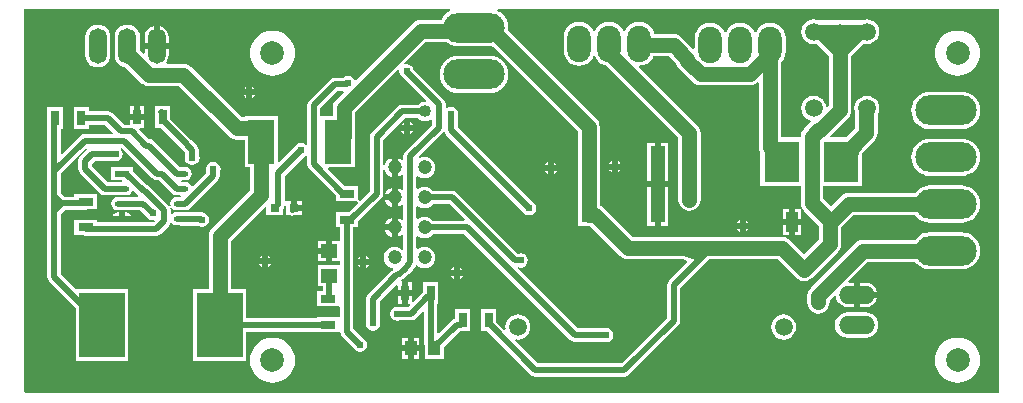
<source format=gtl>
G04*
G04 #@! TF.GenerationSoftware,Altium Limited,Altium Designer,21.6.1 (37)*
G04*
G04 Layer_Physical_Order=1*
G04 Layer_Color=255*
%FSLAX23Y23*%
%MOIN*%
G70*
G04*
G04 #@! TF.SameCoordinates,C1C5D9C5-2355-4A3C-9FD6-11C0A888820F*
G04*
G04*
G04 #@! TF.FilePolarity,Positive*
G04*
G01*
G75*
%ADD10C,0.015*%
%ADD16C,0.010*%
%ADD18R,0.051X0.028*%
%ADD19R,0.152X0.217*%
%ADD20R,0.089X0.149*%
%ADD21R,0.050X0.256*%
%ADD22R,0.047X0.020*%
%ADD23O,0.047X0.020*%
%ADD24R,0.028X0.051*%
%ADD25R,0.039X0.067*%
%ADD26R,0.031X0.028*%
%ADD27R,0.053X0.047*%
%ADD28R,0.039X0.047*%
%ADD29R,0.118X0.138*%
%ADD50C,0.010*%
%ADD51C,0.020*%
%ADD52C,0.050*%
%ADD53C,0.047*%
%ADD54C,0.079*%
%ADD55C,0.059*%
%ADD56O,0.205X0.100*%
%ADD57O,0.060X0.118*%
%ADD58O,0.120X0.060*%
%ADD59O,0.079X0.122*%
%ADD60C,0.050*%
%ADD61C,0.024*%
%ADD62C,0.040*%
G36*
X2834Y1220D02*
X2784Y1170D01*
X2734D01*
X2684Y1220D01*
X2759Y1270D01*
X2834Y1220D01*
D02*
G37*
G36*
X3287Y39D02*
X44Y39D01*
X39Y44D01*
Y1319D01*
X1457D01*
X1459Y1314D01*
X1450Y1309D01*
X1441Y1302D01*
X1433Y1292D01*
X1430Y1285D01*
X1361D01*
X1352Y1284D01*
X1343Y1280D01*
X1335Y1275D01*
X1145Y1084D01*
X1139Y1085D01*
X1135Y1091D01*
X1127Y1096D01*
X1118Y1098D01*
X1109Y1096D01*
X1102Y1091D01*
X1074D01*
X1066Y1089D01*
X1058Y1085D01*
X1058Y1085D01*
X988Y1014D01*
X983Y1007D01*
X982Y999D01*
X982Y999D01*
Y870D01*
X977Y868D01*
X970Y873D01*
X961Y874D01*
X951Y873D01*
X944Y867D01*
X938Y860D01*
X938Y860D01*
X889Y811D01*
X885Y813D01*
Y964D01*
X773D01*
Y959D01*
X763D01*
X596Y1127D01*
X588Y1133D01*
X579Y1137D01*
X569Y1138D01*
X514D01*
X512Y1143D01*
X515Y1148D01*
X519Y1157D01*
X521Y1168D01*
Y1187D01*
X440D01*
Y1173D01*
X435Y1171D01*
X424Y1182D01*
Y1226D01*
X423Y1237D01*
X418Y1247D01*
X412Y1256D01*
X403Y1262D01*
X393Y1267D01*
X382Y1268D01*
X371Y1267D01*
X361Y1262D01*
X352Y1256D01*
X345Y1247D01*
X341Y1237D01*
X340Y1226D01*
Y1168D01*
X341Y1157D01*
X345Y1147D01*
X352Y1138D01*
X361Y1131D01*
X371Y1127D01*
X375Y1127D01*
X426Y1075D01*
X434Y1069D01*
X443Y1065D01*
X453Y1064D01*
X453Y1064D01*
X554D01*
X722Y896D01*
X729Y890D01*
X738Y886D01*
X748Y885D01*
X773D01*
Y792D01*
X792D01*
Y716D01*
X665Y589D01*
X659Y581D01*
X655Y572D01*
X654Y562D01*
Y387D01*
X602D01*
Y147D01*
X778D01*
Y245D01*
X1014D01*
Y242D01*
X1087D01*
X1089Y242D01*
X1093Y240D01*
X1094Y236D01*
X1098Y228D01*
X1135Y192D01*
X1135Y192D01*
X1140Y184D01*
X1148Y179D01*
X1157Y177D01*
X1167Y179D01*
X1175Y184D01*
X1180Y192D01*
X1182Y201D01*
X1180Y210D01*
X1175Y218D01*
X1167Y223D01*
X1167Y223D01*
X1136Y253D01*
Y593D01*
X1152D01*
Y612D01*
X1228Y689D01*
X1228Y689D01*
X1233Y696D01*
X1235Y705D01*
X1235Y705D01*
Y784D01*
X1240Y785D01*
X1240Y783D01*
X1243Y775D01*
X1249Y768D01*
X1256Y762D01*
X1263Y759D01*
Y792D01*
Y824D01*
X1256Y821D01*
X1249Y816D01*
X1243Y809D01*
X1240Y801D01*
X1240Y799D01*
X1235Y799D01*
Y884D01*
X1307Y956D01*
X1351D01*
X1352Y956D01*
X1358Y951D01*
X1366Y948D01*
X1374Y947D01*
X1383Y948D01*
X1390Y951D01*
X1393Y953D01*
X1398Y950D01*
Y934D01*
X1308Y844D01*
X1303Y837D01*
X1302Y829D01*
X1302Y829D01*
Y817D01*
X1298Y816D01*
X1297Y816D01*
X1290Y821D01*
X1283Y824D01*
Y792D01*
Y759D01*
X1290Y762D01*
X1297Y768D01*
X1298Y767D01*
X1302Y766D01*
Y717D01*
X1298Y716D01*
X1297Y716D01*
X1290Y721D01*
X1283Y724D01*
Y692D01*
Y659D01*
X1290Y662D01*
X1297Y668D01*
X1298Y667D01*
X1302Y666D01*
Y617D01*
X1298Y616D01*
X1297Y616D01*
X1290Y621D01*
X1283Y624D01*
Y592D01*
Y559D01*
X1290Y562D01*
X1297Y568D01*
X1298Y567D01*
X1302Y566D01*
Y520D01*
X1297Y518D01*
X1291Y523D01*
X1282Y526D01*
X1273Y527D01*
X1264Y526D01*
X1255Y523D01*
X1248Y517D01*
X1242Y510D01*
X1238Y501D01*
X1237Y492D01*
X1238Y482D01*
X1242Y474D01*
X1248Y466D01*
X1255Y461D01*
X1264Y457D01*
X1268Y457D01*
X1269Y451D01*
X1264Y448D01*
X1185Y369D01*
X1185Y369D01*
X1180Y362D01*
X1179Y353D01*
X1179Y353D01*
Y281D01*
X1179Y281D01*
X1177Y272D01*
X1179Y262D01*
X1184Y255D01*
X1192Y249D01*
X1201Y248D01*
X1210Y249D01*
X1218Y255D01*
X1223Y262D01*
X1225Y272D01*
X1223Y281D01*
X1223Y281D01*
Y344D01*
X1279Y400D01*
X1283Y398D01*
Y384D01*
X1297D01*
Y412D01*
X1295Y415D01*
X1296Y417D01*
X1299Y419D01*
X1303Y421D01*
X1306Y423D01*
X1321Y436D01*
X1334Y450D01*
X1343Y465D01*
X1345Y466D01*
X1347Y466D01*
X1349Y466D01*
X1355Y461D01*
X1364Y457D01*
X1373Y456D01*
X1382Y457D01*
X1391Y461D01*
X1398Y466D01*
X1404Y474D01*
X1407Y482D01*
X1409Y492D01*
X1407Y501D01*
X1404Y510D01*
X1398Y517D01*
X1391Y523D01*
X1382Y526D01*
X1373Y527D01*
X1364Y526D01*
X1355Y523D01*
X1351Y520D01*
X1346Y522D01*
Y561D01*
X1351Y564D01*
X1355Y561D01*
X1364Y557D01*
X1373Y556D01*
X1382Y557D01*
X1391Y561D01*
X1398Y566D01*
X1400Y569D01*
X1506D01*
X1858Y218D01*
X1866Y213D01*
X1874Y211D01*
X1874Y211D01*
X1968D01*
X1968Y211D01*
X1977Y209D01*
X1987Y211D01*
X1994Y216D01*
X2000Y224D01*
X2001Y233D01*
X2000Y242D01*
X1994Y250D01*
X1987Y256D01*
X1977Y257D01*
X1968Y256D01*
X1968Y256D01*
X1883D01*
X1683Y455D01*
X1686Y460D01*
X1694Y458D01*
X1703Y460D01*
X1711Y465D01*
X1716Y473D01*
X1718Y482D01*
X1716Y491D01*
X1711Y499D01*
X1703Y505D01*
X1694Y506D01*
X1685Y505D01*
X1685Y505D01*
X1684D01*
X1481Y707D01*
X1474Y712D01*
X1466Y714D01*
X1466Y714D01*
X1400D01*
X1398Y717D01*
X1391Y723D01*
X1382Y726D01*
X1373Y727D01*
X1364Y726D01*
X1355Y723D01*
X1351Y720D01*
X1346Y722D01*
Y761D01*
X1351Y764D01*
X1355Y761D01*
X1364Y757D01*
X1373Y756D01*
X1382Y757D01*
X1391Y761D01*
X1398Y766D01*
X1404Y774D01*
X1407Y782D01*
X1409Y792D01*
X1407Y801D01*
X1404Y810D01*
X1398Y817D01*
X1391Y823D01*
X1382Y826D01*
X1373Y827D01*
X1364Y826D01*
X1357Y824D01*
X1354Y828D01*
X1436Y909D01*
X1438Y909D01*
X1441Y909D01*
X1441Y908D01*
X1446Y901D01*
X1698Y648D01*
X1698Y648D01*
X1703Y640D01*
X1711Y635D01*
X1720Y633D01*
X1730Y635D01*
X1738Y640D01*
X1743Y648D01*
X1745Y657D01*
X1743Y667D01*
X1738Y675D01*
X1730Y680D01*
X1730Y680D01*
X1484Y926D01*
Y961D01*
X1484Y961D01*
X1486Y970D01*
X1484Y980D01*
X1479Y988D01*
X1471Y993D01*
X1462Y995D01*
X1452Y993D01*
X1448Y989D01*
X1443Y992D01*
Y1004D01*
X1443Y1004D01*
X1441Y1012D01*
X1436Y1019D01*
X1436Y1019D01*
X1335Y1120D01*
X1335Y1122D01*
X1330Y1130D01*
X1322Y1135D01*
X1313Y1137D01*
X1309Y1136D01*
X1306Y1140D01*
X1377Y1211D01*
X1444D01*
X1450Y1206D01*
X1461Y1200D01*
X1473Y1197D01*
X1485Y1196D01*
X1590D01*
X1598Y1197D01*
X1883Y912D01*
Y736D01*
Y633D01*
X1884Y631D01*
Y596D01*
X1918D01*
X1920Y596D01*
X1926D01*
X2026Y496D01*
X2034Y490D01*
X2043Y487D01*
X2052Y486D01*
X2236D01*
X2248Y481D01*
X2249Y476D01*
X2188Y415D01*
X2183Y408D01*
X2182Y400D01*
X2182Y400D01*
Y291D01*
X2030Y139D01*
X1750D01*
X1675Y214D01*
X1678Y219D01*
X1684Y218D01*
X1695Y220D01*
X1705Y224D01*
X1714Y230D01*
X1720Y239D01*
X1724Y249D01*
X1726Y260D01*
X1724Y271D01*
X1720Y281D01*
X1714Y289D01*
X1705Y296D01*
X1695Y300D01*
X1684Y302D01*
X1673Y300D01*
X1663Y296D01*
X1655Y289D01*
X1648Y281D01*
X1644Y271D01*
X1642Y260D01*
X1643Y254D01*
X1638Y251D01*
X1612Y278D01*
Y321D01*
X1561D01*
Y246D01*
X1581D01*
X1725Y101D01*
X1725Y101D01*
X1733Y97D01*
X1741Y95D01*
X2039D01*
X2039Y95D01*
X2048Y97D01*
X2055Y101D01*
X2219Y266D01*
X2219Y266D01*
X2224Y273D01*
X2226Y281D01*
Y390D01*
X2321Y486D01*
X2551D01*
X2612Y425D01*
X2619Y419D01*
X2628Y415D01*
X2638Y414D01*
X2647Y415D01*
X2656Y419D01*
X2664Y425D01*
X2751Y511D01*
X2757Y519D01*
X2760Y528D01*
X2762Y537D01*
Y592D01*
X2803Y633D01*
X3008D01*
X3014Y626D01*
X3023Y618D01*
X3034Y613D01*
X3046Y609D01*
X3058Y608D01*
X3163D01*
X3175Y609D01*
X3186Y613D01*
X3197Y618D01*
X3207Y626D01*
X3214Y636D01*
X3220Y646D01*
X3224Y658D01*
X3225Y670D01*
X3224Y682D01*
X3220Y694D01*
X3214Y705D01*
X3207Y714D01*
X3197Y722D01*
X3186Y727D01*
X3175Y731D01*
X3163Y732D01*
X3058D01*
X3046Y731D01*
X3034Y727D01*
X3023Y722D01*
X3014Y714D01*
X3008Y707D01*
X2787D01*
X2778Y706D01*
X2769Y702D01*
X2761Y696D01*
X2728Y663D01*
X2701Y689D01*
Y730D01*
X2831D01*
Y839D01*
X2873Y881D01*
X2879Y889D01*
X2882Y898D01*
X2884Y907D01*
Y968D01*
X2888Y978D01*
X2889Y989D01*
X2888Y1000D01*
X2884Y1010D01*
X2877Y1019D01*
X2868Y1025D01*
X2858Y1029D01*
X2847Y1031D01*
X2837Y1029D01*
X2827Y1025D01*
X2818Y1019D01*
X2811Y1010D01*
X2807Y1000D01*
X2806Y989D01*
X2807Y978D01*
X2809Y973D01*
Y923D01*
X2778Y892D01*
X2726D01*
X2724Y896D01*
X2785Y958D01*
X2791Y965D01*
X2795Y974D01*
X2796Y984D01*
Y1165D01*
X2836Y1205D01*
X2837Y1205D01*
X2847Y1203D01*
X2858Y1205D01*
X2868Y1209D01*
X2877Y1216D01*
X2884Y1224D01*
X2888Y1234D01*
X2889Y1245D01*
X2888Y1256D01*
X2884Y1266D01*
X2877Y1275D01*
X2868Y1281D01*
X2858Y1285D01*
X2847Y1287D01*
X2837Y1285D01*
X2829Y1282D01*
X2689D01*
X2681Y1285D01*
X2670Y1287D01*
X2659Y1285D01*
X2649Y1281D01*
X2641Y1275D01*
X2634Y1266D01*
X2630Y1256D01*
X2629Y1245D01*
X2630Y1234D01*
X2634Y1224D01*
X2641Y1216D01*
X2649Y1209D01*
X2659Y1205D01*
X2670Y1203D01*
X2681Y1205D01*
X2682Y1205D01*
X2722Y1165D01*
Y999D01*
X2716Y994D01*
X2711Y995D01*
X2711Y1000D01*
X2706Y1010D01*
X2700Y1019D01*
X2691Y1025D01*
X2681Y1029D01*
X2670Y1031D01*
X2659Y1029D01*
X2649Y1025D01*
X2641Y1019D01*
X2634Y1010D01*
X2630Y1000D01*
X2629Y989D01*
X2630Y978D01*
X2634Y968D01*
X2641Y960D01*
X2649Y953D01*
X2659Y949D01*
X2660Y946D01*
X2661Y944D01*
X2659Y943D01*
X2638Y921D01*
X2632Y914D01*
X2628Y905D01*
X2627Y895D01*
Y892D01*
X2562D01*
Y1143D01*
X2570Y1153D01*
X2575Y1166D01*
X2577Y1179D01*
Y1222D01*
X2575Y1236D01*
X2570Y1248D01*
X2562Y1259D01*
X2551Y1267D01*
X2539Y1272D01*
X2525Y1274D01*
X2512Y1272D01*
X2499Y1267D01*
X2489Y1259D01*
X2480Y1248D01*
X2478Y1242D01*
X2472D01*
X2470Y1248D01*
X2462Y1259D01*
X2451Y1267D01*
X2439Y1272D01*
X2425Y1274D01*
X2412Y1272D01*
X2399Y1267D01*
X2389Y1259D01*
X2380Y1248D01*
X2378Y1242D01*
X2372D01*
X2370Y1248D01*
X2362Y1259D01*
X2351Y1267D01*
X2339Y1272D01*
X2325Y1274D01*
X2312Y1272D01*
X2299Y1267D01*
X2289Y1259D01*
X2280Y1248D01*
X2275Y1236D01*
X2274Y1222D01*
Y1189D01*
X2269Y1187D01*
X2229Y1227D01*
X2221Y1233D01*
X2212Y1237D01*
X2203Y1238D01*
X2138D01*
X2138Y1240D01*
X2133Y1252D01*
X2125Y1263D01*
X2114Y1271D01*
X2102Y1276D01*
X2088Y1278D01*
X2075Y1276D01*
X2062Y1271D01*
X2052Y1263D01*
X2043Y1252D01*
X2041Y1246D01*
X2035D01*
X2033Y1252D01*
X2025Y1263D01*
X2014Y1271D01*
X2002Y1276D01*
X1988Y1278D01*
X1975Y1276D01*
X1962Y1271D01*
X1952Y1263D01*
X1943Y1252D01*
X1941Y1246D01*
X1935D01*
X1933Y1252D01*
X1925Y1263D01*
X1914Y1271D01*
X1902Y1276D01*
X1888Y1278D01*
X1875Y1276D01*
X1862Y1271D01*
X1852Y1263D01*
X1843Y1252D01*
X1838Y1240D01*
X1837Y1226D01*
Y1183D01*
X1838Y1170D01*
X1843Y1157D01*
X1852Y1147D01*
X1862Y1138D01*
X1875Y1133D01*
X1888Y1131D01*
X1902Y1133D01*
X1914Y1138D01*
X1925Y1147D01*
X1933Y1157D01*
X1935Y1164D01*
X1941D01*
X1943Y1157D01*
X1952Y1147D01*
X1962Y1138D01*
X1975Y1133D01*
X1978Y1133D01*
X2219Y892D01*
Y685D01*
X2220Y675D01*
X2224Y666D01*
X2230Y659D01*
X2237Y653D01*
X2246Y649D01*
X2256Y648D01*
X2266Y649D01*
X2274Y653D01*
X2282Y659D01*
X2288Y666D01*
X2292Y675D01*
X2293Y685D01*
Y908D01*
X2292Y917D01*
X2288Y926D01*
X2282Y934D01*
X2089Y1127D01*
X2091Y1132D01*
X2102Y1133D01*
X2114Y1138D01*
X2125Y1147D01*
X2133Y1157D01*
X2136Y1164D01*
X2187D01*
X2212Y1138D01*
X2216Y1130D01*
X2222Y1122D01*
X2267Y1077D01*
X2275Y1071D01*
X2284Y1067D01*
X2294Y1066D01*
X2457D01*
X2466Y1067D01*
X2475Y1071D01*
X2483Y1077D01*
X2483Y1077D01*
X2488Y1075D01*
Y859D01*
X2489Y849D01*
X2492Y842D01*
Y730D01*
X2627D01*
Y674D01*
X2628Y664D01*
X2631Y658D01*
X2627Y654D01*
X2624Y654D01*
X2608D01*
Y620D01*
X2628D01*
Y649D01*
X2628Y652D01*
X2633Y654D01*
X2638Y648D01*
X2687Y598D01*
Y553D01*
X2638Y503D01*
X2592Y549D01*
X2585Y555D01*
X2576Y559D01*
X2566Y560D01*
X2068D01*
X1968Y660D01*
X1960Y665D01*
X1958Y666D01*
Y736D01*
Y927D01*
X1956Y937D01*
X1953Y946D01*
X1947Y953D01*
X1651Y1249D01*
X1652Y1258D01*
X1651Y1270D01*
X1647Y1282D01*
X1641Y1292D01*
X1634Y1302D01*
X1624Y1309D01*
X1616Y1314D01*
X1617Y1319D01*
X3287D01*
Y39D01*
D02*
G37*
G36*
X1289Y1117D02*
X1289Y1113D01*
X1290Y1103D01*
X1296Y1096D01*
X1300Y1093D01*
X1377Y1015D01*
X1375Y1011D01*
X1374Y1011D01*
X1366Y1010D01*
X1358Y1006D01*
X1352Y1001D01*
X1351Y1001D01*
X1298D01*
X1298Y1001D01*
X1289Y999D01*
X1282Y994D01*
X1282Y994D01*
X1197Y909D01*
X1192Y902D01*
X1190Y893D01*
X1190Y893D01*
Y714D01*
X1157Y680D01*
X1152Y682D01*
Y730D01*
X1108D01*
X1052Y787D01*
X1054Y792D01*
X1141D01*
Y895D01*
X1141Y897D01*
X1141Y897D01*
Y976D01*
X1285Y1119D01*
X1289Y1117D01*
D02*
G37*
G36*
X1103Y1042D02*
X1078Y1017D01*
X1072Y1009D01*
X1068Y1000D01*
X1067Y991D01*
Y964D01*
X1029D01*
X1026Y968D01*
Y989D01*
X1083Y1047D01*
X1101D01*
X1103Y1042D01*
D02*
G37*
G36*
X1507Y619D02*
X1506Y614D01*
X1400D01*
X1398Y617D01*
X1391Y623D01*
X1382Y626D01*
X1373Y627D01*
X1364Y626D01*
X1355Y623D01*
X1351Y620D01*
X1346Y622D01*
Y661D01*
X1351Y664D01*
X1355Y661D01*
X1364Y657D01*
X1373Y656D01*
X1382Y657D01*
X1391Y661D01*
X1398Y666D01*
X1400Y669D01*
X1457D01*
X1507Y619D01*
D02*
G37*
G36*
X982Y831D02*
Y803D01*
X982Y803D01*
X983Y795D01*
X988Y787D01*
X1077Y699D01*
Y679D01*
X1148D01*
X1151Y674D01*
X1120Y644D01*
X1077D01*
Y593D01*
X1092D01*
Y552D01*
X1092Y547D01*
X1087Y547D01*
X1065D01*
Y514D01*
Y480D01*
X1092Y480D01*
X1092Y475D01*
Y467D01*
X1017D01*
Y396D01*
X1033D01*
Y380D01*
X1014D01*
Y329D01*
X1089D01*
X1092Y325D01*
Y297D01*
X1089Y293D01*
X1087Y293D01*
X1014D01*
Y290D01*
X778D01*
Y387D01*
X728D01*
Y547D01*
X842Y661D01*
X846Y659D01*
Y632D01*
X902D01*
Y652D01*
X905Y658D01*
X906Y663D01*
X911Y662D01*
Y655D01*
X910Y651D01*
X911Y646D01*
Y634D01*
X921D01*
X923Y632D01*
X930Y631D01*
X938Y632D01*
X940Y634D01*
X963D01*
Y647D01*
X937D01*
Y657D01*
X927D01*
Y681D01*
X912D01*
X911Y681D01*
X907Y683D01*
Y765D01*
X970Y828D01*
X970Y828D01*
X977Y833D01*
X982Y831D01*
D02*
G37*
G36*
X2327Y512D02*
X2334Y516D01*
X2327Y498D01*
X2327Y512D01*
X2273Y483D01*
X2238Y498D01*
X2327Y548D01*
X2327Y512D01*
D02*
G37*
%LPC*%
G36*
X490Y1265D02*
Y1207D01*
X521D01*
Y1226D01*
X519Y1236D01*
X515Y1246D01*
X509Y1254D01*
X500Y1261D01*
X491Y1265D01*
X490Y1265D01*
D02*
G37*
G36*
X470D02*
X470Y1265D01*
X460Y1261D01*
X452Y1254D01*
X445Y1246D01*
X441Y1236D01*
X440Y1226D01*
Y1207D01*
X470D01*
Y1265D01*
D02*
G37*
G36*
X283Y1268D02*
X273Y1267D01*
X262Y1262D01*
X254Y1256D01*
X247Y1247D01*
X243Y1237D01*
X241Y1226D01*
Y1168D01*
X243Y1157D01*
X247Y1147D01*
X254Y1138D01*
X262Y1131D01*
X273Y1127D01*
X283Y1126D01*
X294Y1127D01*
X305Y1131D01*
X313Y1138D01*
X320Y1147D01*
X324Y1157D01*
X326Y1168D01*
Y1226D01*
X324Y1237D01*
X320Y1247D01*
X313Y1256D01*
X305Y1262D01*
X294Y1267D01*
X283Y1268D01*
D02*
G37*
G36*
X3150Y1248D02*
X3135Y1247D01*
X3121Y1243D01*
X3108Y1236D01*
X3096Y1226D01*
X3087Y1215D01*
X3080Y1202D01*
X3076Y1188D01*
X3074Y1173D01*
X3076Y1159D01*
X3080Y1144D01*
X3087Y1131D01*
X3096Y1120D01*
X3108Y1111D01*
X3121Y1104D01*
X3135Y1100D01*
X3150Y1098D01*
X3164Y1100D01*
X3178Y1104D01*
X3191Y1111D01*
X3203Y1120D01*
X3212Y1131D01*
X3219Y1144D01*
X3223Y1159D01*
X3225Y1173D01*
X3223Y1188D01*
X3219Y1202D01*
X3212Y1215D01*
X3203Y1226D01*
X3191Y1236D01*
X3178Y1243D01*
X3164Y1247D01*
X3150Y1248D01*
D02*
G37*
G36*
X866D02*
X851Y1247D01*
X837Y1243D01*
X824Y1236D01*
X813Y1226D01*
X804Y1215D01*
X797Y1202D01*
X792Y1188D01*
X791Y1173D01*
X792Y1159D01*
X797Y1144D01*
X804Y1131D01*
X813Y1120D01*
X824Y1111D01*
X837Y1104D01*
X851Y1100D01*
X866Y1098D01*
X881Y1100D01*
X895Y1104D01*
X908Y1111D01*
X919Y1120D01*
X929Y1131D01*
X936Y1144D01*
X940Y1159D01*
X941Y1173D01*
X940Y1188D01*
X936Y1202D01*
X929Y1215D01*
X919Y1226D01*
X908Y1236D01*
X895Y1243D01*
X881Y1247D01*
X866Y1248D01*
D02*
G37*
G36*
X799Y1062D02*
Y1052D01*
X809D01*
X805Y1058D01*
X799Y1062D01*
D02*
G37*
G36*
X779D02*
X774Y1058D01*
X770Y1052D01*
X779D01*
Y1062D01*
D02*
G37*
G36*
X1590Y1164D02*
X1485D01*
X1473Y1163D01*
X1461Y1159D01*
X1450Y1154D01*
X1441Y1146D01*
X1433Y1136D01*
X1428Y1126D01*
X1424Y1114D01*
X1423Y1102D01*
X1424Y1090D01*
X1428Y1078D01*
X1433Y1067D01*
X1441Y1058D01*
X1450Y1050D01*
X1461Y1045D01*
X1473Y1041D01*
X1485Y1040D01*
X1590D01*
X1602Y1041D01*
X1613Y1045D01*
X1624Y1050D01*
X1634Y1058D01*
X1641Y1067D01*
X1647Y1078D01*
X1651Y1090D01*
X1652Y1102D01*
X1651Y1114D01*
X1647Y1126D01*
X1641Y1136D01*
X1634Y1146D01*
X1624Y1154D01*
X1613Y1159D01*
X1602Y1163D01*
X1590Y1164D01*
D02*
G37*
G36*
X809Y1032D02*
X799D01*
Y1023D01*
X805Y1027D01*
X809Y1032D01*
D02*
G37*
G36*
X779D02*
X770D01*
X774Y1027D01*
X779Y1023D01*
Y1032D01*
D02*
G37*
G36*
X437Y996D02*
X423D01*
Y971D01*
X437D01*
Y996D01*
D02*
G37*
G36*
X403D02*
X390D01*
Y971D01*
X403D01*
Y996D01*
D02*
G37*
G36*
X1326Y944D02*
Y934D01*
X1335D01*
X1332Y940D01*
X1326Y944D01*
D02*
G37*
G36*
X1306D02*
X1300Y940D01*
X1296Y934D01*
X1306D01*
Y944D01*
D02*
G37*
G36*
X3163Y1044D02*
X3058D01*
X3046Y1043D01*
X3034Y1039D01*
X3023Y1034D01*
X3014Y1026D01*
X3006Y1016D01*
X3000Y1006D01*
X2997Y994D01*
X2996Y982D01*
X2997Y970D01*
X3000Y958D01*
X3006Y947D01*
X3014Y938D01*
X3023Y930D01*
X3034Y925D01*
X3046Y921D01*
X3058Y920D01*
X3163D01*
X3175Y921D01*
X3186Y925D01*
X3197Y930D01*
X3207Y938D01*
X3214Y947D01*
X3220Y958D01*
X3224Y970D01*
X3225Y982D01*
X3224Y994D01*
X3220Y1006D01*
X3214Y1016D01*
X3207Y1026D01*
X3197Y1034D01*
X3186Y1039D01*
X3175Y1043D01*
X3163Y1044D01*
D02*
G37*
G36*
X1335Y914D02*
X1326D01*
Y905D01*
X1332Y908D01*
X1335Y914D01*
D02*
G37*
G36*
X1306D02*
X1296D01*
X1300Y908D01*
X1306Y905D01*
Y914D01*
D02*
G37*
G36*
X254Y994D02*
X203D01*
Y919D01*
X254D01*
Y934D01*
X308D01*
X334Y908D01*
X332Y904D01*
X240D01*
X240Y904D01*
X231Y902D01*
X224Y897D01*
X165Y838D01*
X160Y840D01*
Y877D01*
X160Y877D01*
X162Y886D01*
X160Y895D01*
X160Y895D01*
Y919D01*
X167D01*
Y994D01*
X116D01*
Y955D01*
X116Y953D01*
X116Y953D01*
Y931D01*
X115Y929D01*
X115Y929D01*
Y895D01*
X115Y895D01*
X114Y886D01*
X115Y877D01*
X115Y877D01*
Y780D01*
X115Y780D01*
X115Y780D01*
Y673D01*
X115Y673D01*
X115Y673D01*
Y427D01*
X115Y427D01*
X117Y419D01*
X122Y412D01*
X211Y323D01*
Y147D01*
X386D01*
Y387D01*
X211D01*
X211Y387D01*
Y387D01*
X207Y390D01*
X160Y436D01*
Y638D01*
X173Y651D01*
X243D01*
X251Y653D01*
X281D01*
Y704D01*
X206D01*
Y695D01*
X173D01*
X160Y708D01*
Y770D01*
X246Y857D01*
X247Y857D01*
X248Y852D01*
X248Y851D01*
X225Y829D01*
X221Y822D01*
X219Y813D01*
X219Y813D01*
Y787D01*
X219Y787D01*
X221Y779D01*
X225Y772D01*
X291Y706D01*
X291Y706D01*
X299Y701D01*
X307Y699D01*
X307Y699D01*
X364D01*
X365Y699D01*
X378D01*
X387Y701D01*
X394Y706D01*
X398Y713D01*
X400Y713D01*
X403Y715D01*
X419Y699D01*
X417Y694D01*
X364D01*
X364Y694D01*
X351D01*
X342Y692D01*
X335Y687D01*
X330Y680D01*
X328Y671D01*
X330Y663D01*
X335Y656D01*
X342Y651D01*
X351Y649D01*
X364D01*
X364Y649D01*
X426D01*
X444Y631D01*
X444Y631D01*
X450Y623D01*
X457Y618D01*
X467Y616D01*
X471Y617D01*
X473Y613D01*
X470Y609D01*
X400D01*
X398Y611D01*
X331D01*
X329Y609D01*
X281D01*
Y617D01*
X206D01*
Y566D01*
X235D01*
X243Y564D01*
X479D01*
X479Y564D01*
X488Y566D01*
X495Y571D01*
X521Y596D01*
X521Y596D01*
X525Y604D01*
X526Y606D01*
X531Y607D01*
X532Y606D01*
X539Y601D01*
X547Y599D01*
X554D01*
X554Y599D01*
X563Y598D01*
X619D01*
X622Y596D01*
X631Y594D01*
X640Y596D01*
X648Y601D01*
X653Y609D01*
X655Y618D01*
X653Y627D01*
X648Y635D01*
X640Y640D01*
X631Y642D01*
X630Y642D01*
X629Y642D01*
X583D01*
X575Y644D01*
X547D01*
X539Y642D01*
X532Y637D01*
X527Y638D01*
X527Y638D01*
Y649D01*
X527Y649D01*
X526Y656D01*
X531Y658D01*
X532Y656D01*
X539Y651D01*
X547Y649D01*
X560D01*
X561Y649D01*
X575D01*
X575Y649D01*
X583Y651D01*
X583Y651D01*
X583Y651D01*
X591Y656D01*
X591Y656D01*
X684Y750D01*
X684Y750D01*
X689Y757D01*
X691Y765D01*
Y777D01*
X692Y778D01*
X693Y787D01*
X692Y797D01*
X686Y804D01*
X679Y810D01*
X669Y811D01*
X660Y810D01*
X652Y804D01*
X647Y797D01*
X645Y787D01*
X646Y782D01*
Y775D01*
X600Y728D01*
X596Y730D01*
X595Y730D01*
X591Y737D01*
X583Y742D01*
X575Y744D01*
X562D01*
X561Y744D01*
X561D01*
X560Y744D01*
X563Y749D01*
X575D01*
X583Y751D01*
X591Y756D01*
X595Y763D01*
X597Y771D01*
X595Y780D01*
X591Y787D01*
X583Y792D01*
X575Y794D01*
X557D01*
X470Y881D01*
X462Y886D01*
X455Y887D01*
X422Y920D01*
X424Y925D01*
X437D01*
Y951D01*
X413D01*
X390D01*
Y935D01*
X370D01*
X333Y972D01*
X325Y977D01*
X317Y979D01*
X317Y979D01*
X254D01*
Y994D01*
D02*
G37*
G36*
X2017Y815D02*
Y805D01*
X2026D01*
X2023Y811D01*
X2017Y815D01*
D02*
G37*
G36*
X1997D02*
X1991Y811D01*
X1987Y805D01*
X1997D01*
Y815D01*
D02*
G37*
G36*
X1803Y810D02*
Y800D01*
X1813D01*
X1809Y806D01*
X1803Y810D01*
D02*
G37*
G36*
X1783D02*
X1778Y806D01*
X1774Y800D01*
X1783D01*
Y810D01*
D02*
G37*
G36*
X496Y998D02*
X494Y998D01*
X474D01*
Y978D01*
X474Y976D01*
X474Y974D01*
Y923D01*
X494D01*
X562Y855D01*
X564Y852D01*
X576Y840D01*
Y833D01*
X576Y833D01*
X574Y824D01*
X576Y815D01*
X581Y807D01*
X589Y802D01*
X598Y800D01*
X608Y802D01*
X615Y807D01*
X621Y815D01*
X623Y824D01*
X621Y833D01*
X621Y833D01*
Y849D01*
X619Y858D01*
X614Y865D01*
X614Y865D01*
X597Y882D01*
X595Y885D01*
X595Y885D01*
X526Y955D01*
Y998D01*
X498D01*
X496Y998D01*
D02*
G37*
G36*
X2026Y785D02*
X2017D01*
Y776D01*
X2023Y780D01*
X2026Y785D01*
D02*
G37*
G36*
X1997D02*
X1987D01*
X1991Y780D01*
X1997Y776D01*
Y785D01*
D02*
G37*
G36*
X1813Y780D02*
X1803D01*
Y771D01*
X1809Y775D01*
X1813Y780D01*
D02*
G37*
G36*
X1783D02*
X1774D01*
X1778Y775D01*
X1783Y771D01*
Y780D01*
D02*
G37*
G36*
X3163Y888D02*
X3058D01*
X3046Y887D01*
X3034Y883D01*
X3023Y878D01*
X3014Y870D01*
X3006Y860D01*
X3000Y850D01*
X2997Y838D01*
X2996Y826D01*
X2997Y814D01*
X3000Y802D01*
X3006Y791D01*
X3014Y782D01*
X3023Y774D01*
X3034Y769D01*
X3046Y765D01*
X3058Y764D01*
X3163D01*
X3175Y765D01*
X3186Y769D01*
X3197Y774D01*
X3207Y782D01*
X3214Y791D01*
X3220Y802D01*
X3224Y814D01*
X3225Y826D01*
X3224Y838D01*
X3220Y850D01*
X3214Y860D01*
X3207Y870D01*
X3197Y878D01*
X3186Y883D01*
X3175Y887D01*
X3163Y888D01*
D02*
G37*
G36*
X2185Y874D02*
X2160D01*
Y746D01*
X2185D01*
Y874D01*
D02*
G37*
G36*
X2140D02*
X2115D01*
Y746D01*
X2140D01*
Y874D01*
D02*
G37*
G36*
X1263Y724D02*
X1256Y721D01*
X1249Y716D01*
X1243Y709D01*
X1241Y702D01*
X1263D01*
Y724D01*
D02*
G37*
G36*
Y682D02*
X1241D01*
X1243Y675D01*
X1249Y668D01*
X1256Y662D01*
X1263Y659D01*
Y682D01*
D02*
G37*
G36*
X378Y642D02*
X374D01*
Y631D01*
X395D01*
X392Y636D01*
X386Y640D01*
X378Y642D01*
D02*
G37*
G36*
X354D02*
X351D01*
X343Y640D01*
X336Y636D01*
X333Y631D01*
X354D01*
Y642D01*
D02*
G37*
G36*
X2588Y654D02*
X2569D01*
Y620D01*
X2588D01*
Y654D01*
D02*
G37*
G36*
X2443Y617D02*
Y607D01*
X2453D01*
X2449Y613D01*
X2443Y617D01*
D02*
G37*
G36*
X2423D02*
X2417Y613D01*
X2414Y607D01*
X2423D01*
Y617D01*
D02*
G37*
G36*
X1263Y624D02*
X1256Y621D01*
X1249Y616D01*
X1243Y609D01*
X1241Y602D01*
X1263D01*
Y624D01*
D02*
G37*
G36*
X2185Y726D02*
X2160D01*
Y598D01*
X2185D01*
Y726D01*
D02*
G37*
G36*
X2140D02*
X2115D01*
Y598D01*
X2140D01*
Y726D01*
D02*
G37*
G36*
X2453Y587D02*
X2443D01*
Y578D01*
X2449Y582D01*
X2453Y587D01*
D02*
G37*
G36*
X2423D02*
X2414D01*
X2417Y582D01*
X2423Y578D01*
Y587D01*
D02*
G37*
G36*
X2628Y600D02*
X2608D01*
Y567D01*
X2628D01*
Y600D01*
D02*
G37*
G36*
X2588D02*
X2569D01*
Y567D01*
X2588D01*
Y600D01*
D02*
G37*
G36*
X1263Y582D02*
X1241D01*
X1243Y575D01*
X1249Y568D01*
X1256Y562D01*
X1263Y559D01*
Y582D01*
D02*
G37*
G36*
X1178Y497D02*
Y487D01*
X1188D01*
X1184Y493D01*
X1178Y497D01*
D02*
G37*
G36*
X1158D02*
X1153Y493D01*
X1149Y487D01*
X1158D01*
Y497D01*
D02*
G37*
G36*
X1188Y467D02*
X1178D01*
Y458D01*
X1184Y462D01*
X1188Y467D01*
D02*
G37*
G36*
X1158D02*
X1149D01*
X1153Y462D01*
X1158Y458D01*
Y467D01*
D02*
G37*
G36*
X3163Y576D02*
X3058D01*
X3046Y575D01*
X3034Y572D01*
X3023Y566D01*
X3014Y558D01*
X3008Y551D01*
X2836D01*
X2826Y550D01*
X2817Y546D01*
X2809Y540D01*
X2660Y391D01*
X2654Y383D01*
X2650Y374D01*
X2649Y365D01*
Y342D01*
X2650Y332D01*
X2654Y323D01*
X2660Y315D01*
X2667Y309D01*
X2676Y306D01*
X2686Y304D01*
X2696Y306D01*
X2705Y309D01*
X2712Y315D01*
X2718Y323D01*
X2722Y332D01*
X2723Y342D01*
Y349D01*
X2738Y364D01*
X2743Y362D01*
X2744Y357D01*
X2748Y347D01*
X2754Y339D01*
X2763Y332D01*
X2773Y328D01*
X2783Y327D01*
X2803D01*
Y367D01*
Y408D01*
X2788D01*
X2786Y413D01*
X2851Y477D01*
X3008D01*
X3014Y470D01*
X3023Y463D01*
X3034Y457D01*
X3046Y453D01*
X3058Y452D01*
X3163D01*
X3175Y453D01*
X3186Y457D01*
X3197Y463D01*
X3207Y470D01*
X3214Y480D01*
X3220Y490D01*
X3224Y502D01*
X3225Y514D01*
X3224Y526D01*
X3220Y538D01*
X3214Y549D01*
X3207Y558D01*
X3197Y566D01*
X3186Y572D01*
X3175Y575D01*
X3163Y576D01*
D02*
G37*
G36*
X1490Y460D02*
Y451D01*
X1500D01*
X1496Y457D01*
X1490Y460D01*
D02*
G37*
G36*
X1470D02*
X1465Y457D01*
X1461Y451D01*
X1470D01*
Y460D01*
D02*
G37*
G36*
X1500Y431D02*
X1490D01*
Y421D01*
X1496Y425D01*
X1500Y431D01*
D02*
G37*
G36*
X1470D02*
X1461D01*
X1465Y425D01*
X1470Y421D01*
Y431D01*
D02*
G37*
G36*
X1331Y410D02*
X1317D01*
Y384D01*
X1331D01*
Y410D01*
D02*
G37*
G36*
X2843Y408D02*
X2823D01*
Y377D01*
X2882D01*
X2882Y378D01*
X2878Y387D01*
X2872Y396D01*
X2863Y402D01*
X2853Y406D01*
X2843Y408D01*
D02*
G37*
G36*
X1419Y411D02*
X1368D01*
Y376D01*
X1335Y344D01*
X1331Y346D01*
Y364D01*
X1317D01*
Y338D01*
X1324D01*
X1325Y334D01*
X1318Y326D01*
X1292D01*
X1292Y326D01*
X1282Y328D01*
X1273Y326D01*
X1265Y321D01*
X1260Y313D01*
X1258Y304D01*
X1260Y295D01*
X1265Y287D01*
X1273Y282D01*
X1282Y280D01*
X1292Y282D01*
X1292Y282D01*
X1327D01*
X1327Y282D01*
X1336Y284D01*
X1343Y288D01*
X1367Y312D01*
X1371Y310D01*
Y205D01*
X1371Y205D01*
X1373Y196D01*
X1374Y195D01*
Y154D01*
X1437D01*
Y193D01*
X1490Y246D01*
X1496D01*
X1496Y246D01*
X1498Y246D01*
X1526D01*
Y321D01*
X1474D01*
Y289D01*
X1472Y288D01*
X1465Y284D01*
X1421Y239D01*
X1416Y241D01*
Y337D01*
X1419D01*
Y411D01*
D02*
G37*
G36*
X1297Y364D02*
X1283D01*
Y338D01*
X1297D01*
Y364D01*
D02*
G37*
G36*
X2882Y357D02*
X2823D01*
Y327D01*
X2843D01*
X2853Y328D01*
X2863Y332D01*
X2872Y339D01*
X2878Y347D01*
X2882Y357D01*
X2882Y357D01*
D02*
G37*
G36*
X2843Y309D02*
X2783D01*
X2772Y308D01*
X2762Y304D01*
X2753Y297D01*
X2746Y288D01*
X2742Y278D01*
X2741Y267D01*
X2742Y256D01*
X2746Y246D01*
X2753Y237D01*
X2762Y231D01*
X2772Y226D01*
X2783Y225D01*
X2843D01*
X2854Y226D01*
X2864Y231D01*
X2873Y237D01*
X2880Y246D01*
X2884Y256D01*
X2885Y267D01*
X2884Y278D01*
X2880Y288D01*
X2873Y297D01*
X2864Y304D01*
X2854Y308D01*
X2843Y309D01*
D02*
G37*
G36*
X2570Y302D02*
X2559Y300D01*
X2549Y296D01*
X2540Y289D01*
X2534Y281D01*
X2530Y271D01*
X2528Y260D01*
X2530Y249D01*
X2534Y239D01*
X2540Y230D01*
X2549Y224D01*
X2559Y220D01*
X2570Y218D01*
X2581Y220D01*
X2591Y224D01*
X2599Y230D01*
X2606Y239D01*
X2610Y249D01*
X2612Y260D01*
X2610Y271D01*
X2606Y281D01*
X2599Y289D01*
X2591Y296D01*
X2581Y300D01*
X2570Y302D01*
D02*
G37*
G36*
X1356Y223D02*
X1337D01*
Y199D01*
X1356D01*
Y223D01*
D02*
G37*
G36*
X1317D02*
X1297D01*
Y199D01*
X1317D01*
Y223D01*
D02*
G37*
G36*
X1356Y179D02*
X1337D01*
Y155D01*
X1356D01*
Y179D01*
D02*
G37*
G36*
X1317D02*
X1297D01*
Y155D01*
X1317D01*
Y179D01*
D02*
G37*
G36*
X3150Y225D02*
X3135Y224D01*
X3121Y219D01*
X3108Y212D01*
X3096Y203D01*
X3087Y192D01*
X3080Y179D01*
X3076Y164D01*
X3074Y150D01*
X3076Y135D01*
X3080Y121D01*
X3087Y108D01*
X3096Y97D01*
X3108Y87D01*
X3121Y80D01*
X3135Y76D01*
X3150Y75D01*
X3164Y76D01*
X3178Y80D01*
X3191Y87D01*
X3203Y97D01*
X3212Y108D01*
X3219Y121D01*
X3223Y135D01*
X3225Y150D01*
X3223Y164D01*
X3219Y179D01*
X3212Y192D01*
X3203Y203D01*
X3191Y212D01*
X3178Y219D01*
X3164Y224D01*
X3150Y225D01*
D02*
G37*
G36*
X866Y225D02*
X851Y223D01*
X837Y219D01*
X824Y212D01*
X813Y203D01*
X804Y191D01*
X797Y178D01*
X792Y164D01*
X791Y150D01*
X792Y135D01*
X797Y121D01*
X804Y108D01*
X813Y96D01*
X824Y87D01*
X837Y80D01*
X851Y76D01*
X866Y74D01*
X881Y76D01*
X895Y80D01*
X908Y87D01*
X919Y96D01*
X929Y108D01*
X936Y121D01*
X940Y135D01*
X941Y150D01*
X940Y164D01*
X936Y178D01*
X929Y191D01*
X919Y203D01*
X908Y212D01*
X895Y219D01*
X881Y223D01*
X866Y225D01*
D02*
G37*
%LPD*%
G36*
X466Y756D02*
X466Y756D01*
X473Y751D01*
X481Y749D01*
X481Y749D01*
X489D01*
X532Y706D01*
X532Y706D01*
X539Y701D01*
X539Y701D01*
X539Y701D01*
X548Y699D01*
X548Y699D01*
X559D01*
X562Y695D01*
X562Y694D01*
X562Y694D01*
X561D01*
X560Y694D01*
X547D01*
X539Y692D01*
X532Y687D01*
X527Y680D01*
X525Y671D01*
X527Y665D01*
X522Y663D01*
X521Y665D01*
X521Y665D01*
X457Y728D01*
X450Y733D01*
X447Y734D01*
X400Y781D01*
Y793D01*
X381D01*
X378Y794D01*
X378Y794D01*
X364D01*
X361Y793D01*
X329D01*
Y750D01*
X361D01*
X364Y749D01*
X365D01*
X365Y749D01*
X365Y748D01*
X362Y744D01*
X316D01*
X263Y797D01*
Y804D01*
X273Y813D01*
X333D01*
X333Y813D01*
X343Y812D01*
X352Y813D01*
X360Y819D01*
X365Y826D01*
X367Y836D01*
X365Y845D01*
X360Y852D01*
X360Y854D01*
X361Y858D01*
X364Y858D01*
X466Y756D01*
D02*
G37*
G36*
X151Y700D02*
X168Y683D01*
Y663D01*
X148Y643D01*
X128Y653D01*
Y673D01*
X128Y673D01*
X128Y673D01*
Y693D01*
X148Y703D01*
X148Y703D01*
X151Y700D01*
D02*
G37*
%LPC*%
G36*
X947Y681D02*
Y667D01*
X963D01*
Y681D01*
X947D01*
D02*
G37*
G36*
X1045Y547D02*
X1019D01*
Y524D01*
X1045D01*
Y547D01*
D02*
G37*
G36*
X851Y499D02*
Y489D01*
X860D01*
X856Y495D01*
X851Y499D01*
D02*
G37*
G36*
X831D02*
X825Y495D01*
X821Y489D01*
X831D01*
Y499D01*
D02*
G37*
G36*
X1045Y504D02*
X1019D01*
Y480D01*
X1045D01*
Y504D01*
D02*
G37*
G36*
X860Y469D02*
X851D01*
Y460D01*
X856Y464D01*
X860Y469D01*
D02*
G37*
G36*
X831D02*
X821D01*
X825Y464D01*
X831Y460D01*
Y469D01*
D02*
G37*
%LPD*%
D10*
X1039Y510D02*
X1049Y520D01*
X930Y651D02*
X937Y657D01*
X1049Y520D02*
X1055Y514D01*
D16*
X1385Y362D02*
X1394D01*
X1279Y432D02*
X1288Y437D01*
X1313Y1111D02*
Y1113D01*
X1587Y272D02*
Y283D01*
X1113Y1069D02*
X1118Y1074D01*
X561Y621D02*
X563Y620D01*
X629D02*
X631Y618D01*
X547Y771D02*
X561D01*
X446Y865D02*
X454D01*
X1102Y705D02*
X1114D01*
X874Y657D02*
X876D01*
X885Y666D01*
D18*
X243Y592D02*
D03*
Y678D02*
D03*
X1114Y618D02*
D03*
Y705D02*
D03*
X1051Y354D02*
D03*
Y268D02*
D03*
D19*
X690Y267D02*
D03*
X298D02*
D03*
D20*
X1085Y878D02*
D03*
X829D02*
D03*
D21*
X2150Y736D02*
D03*
X1920D02*
D03*
D22*
X364Y771D02*
D03*
D23*
Y721D02*
D03*
Y671D02*
D03*
Y621D02*
D03*
X561Y771D02*
D03*
Y721D02*
D03*
Y671D02*
D03*
Y621D02*
D03*
D24*
X500Y961D02*
D03*
X413D02*
D03*
X142Y957D02*
D03*
X228D02*
D03*
X1587Y283D02*
D03*
X1500D02*
D03*
X1307Y374D02*
D03*
X1394D02*
D03*
D25*
X2724Y610D02*
D03*
X2598D02*
D03*
D26*
X874Y657D02*
D03*
X937D02*
D03*
D27*
X1055Y431D02*
D03*
Y514D02*
D03*
D28*
X1327Y189D02*
D03*
X1406D02*
D03*
D29*
X2563Y811D02*
D03*
X2760D02*
D03*
D50*
X1279Y432D02*
D03*
D51*
X1288Y437D02*
G03*
X1324Y476I-54J86D01*
G01*
X138Y780D02*
Y886D01*
Y673D02*
Y780D01*
X138Y673D02*
X243D01*
X138Y886D02*
Y929D01*
Y780D02*
X240Y881D01*
X372D02*
X481Y771D01*
X138Y929D02*
X138Y930D01*
Y953D01*
X142Y957D01*
X240Y881D02*
X372D01*
X1394Y205D02*
X1406Y193D01*
X1394Y205D02*
Y362D01*
X1327Y304D02*
X1385Y362D01*
X1282Y304D02*
X1327D01*
X138Y673D02*
X138Y673D01*
X138Y427D02*
Y673D01*
Y427D02*
X298Y267D01*
X243Y587D02*
X479D01*
X505Y612D01*
Y649D01*
X437Y713D02*
X442D01*
X378Y771D02*
X437Y713D01*
X364Y771D02*
X378D01*
X442Y713D02*
X505Y649D01*
X435Y671D02*
X467Y640D01*
X364Y671D02*
X435D01*
X481Y771D02*
X498D01*
X1201Y272D02*
Y353D01*
X1298Y979D02*
X1374D01*
X1004Y803D02*
X1102Y705D01*
X1004Y803D02*
Y999D01*
X1074Y1069D01*
X1201Y353D02*
X1279Y432D01*
X1324Y476D02*
Y829D01*
X1420Y925D02*
Y1004D01*
X1324Y829D02*
X1420Y925D01*
X1313Y1111D02*
X1420Y1004D01*
X1462Y916D02*
Y970D01*
Y916D02*
X1720Y657D01*
X317Y957D02*
X360Y913D01*
X398D02*
X446Y865D01*
X360Y913D02*
X398D01*
X228Y957D02*
X317D01*
X307Y721D02*
X364D01*
X241Y787D02*
X307Y721D01*
X241Y787D02*
Y813D01*
X264Y836D01*
X343D01*
X496Y976D02*
X500Y972D01*
Y961D02*
Y972D01*
X598Y824D02*
Y849D01*
X580Y868D02*
X598Y849D01*
X580Y868D02*
Y869D01*
X500Y949D02*
X580Y869D01*
X500Y949D02*
Y961D01*
X691Y268D02*
X1051D01*
X690Y267D02*
X691Y268D01*
X1675Y482D02*
X1694D01*
X1466Y692D02*
X1675Y482D01*
X1587Y272D02*
X1741Y117D01*
X2039D01*
X2204Y281D01*
X1874Y233D02*
X1977D01*
X2204Y281D02*
Y400D01*
X2327Y523D01*
X1373Y592D02*
X1516D01*
X1874Y233D01*
X1074Y1069D02*
X1113D01*
X1213Y893D02*
X1298Y979D01*
X1213Y705D02*
Y893D01*
X563Y620D02*
X629D01*
X454Y865D02*
X547Y771D01*
X498D02*
X548Y721D01*
X561D01*
Y671D02*
X575D01*
X669Y765D01*
Y787D01*
X669Y787D01*
X1051Y354D02*
X1051D01*
X1055Y358D01*
Y431D01*
X1051Y354D02*
X1063D01*
X1114Y244D02*
X1157Y201D01*
X1114Y244D02*
Y618D01*
X1126D02*
X1213Y705D01*
X1114Y618D02*
X1126D01*
X885Y666D02*
Y775D01*
X961Y850D01*
X1373Y692D02*
X1466D01*
X1406Y189D02*
Y193D01*
X1480Y268D01*
X1496D01*
X1500Y272D01*
Y283D01*
X1327Y189D02*
Y193D01*
D52*
X2836Y514D02*
X3110D01*
X2686Y365D02*
X2836Y514D01*
X2686Y342D02*
Y365D01*
X2724Y537D02*
Y607D01*
X2638Y451D02*
X2724Y537D01*
X2566Y523D02*
X2638Y451D01*
X2327Y523D02*
X2566D01*
X453Y1101D02*
X569D01*
X809Y922D02*
X829Y903D01*
X569Y1101D02*
X748Y922D01*
X809D01*
X829Y700D02*
Y903D01*
X1085Y878D02*
X1104Y897D01*
Y991D01*
X1361Y1248D01*
X2724Y607D02*
X2787Y670D01*
X1920Y633D02*
X1942D01*
X2787Y670D02*
X3110D01*
X691Y268D02*
Y562D01*
X1590Y1258D02*
X1920Y927D01*
X1537Y1258D02*
X1590D01*
X1920Y736D02*
Y927D01*
Y633D02*
Y736D01*
X2052Y523D02*
X2327D01*
X2724Y607D02*
Y610D01*
X2664Y674D02*
Y895D01*
Y674D02*
X2724Y613D01*
Y610D02*
Y613D01*
X1942Y633D02*
X2052Y523D01*
X2846Y988D02*
X2847Y989D01*
X2846Y907D02*
Y988D01*
X2759Y1245D02*
X2847D01*
X2670D02*
X2759D01*
X2664Y895D02*
X2686Y917D01*
X2692D01*
X2759Y984D01*
Y1245D01*
X2760Y821D02*
X2846Y907D01*
X1361Y1248D02*
X1528D01*
X382Y1171D02*
Y1197D01*
Y1171D02*
X390Y1163D01*
X391D01*
X453Y1101D01*
X2760Y811D02*
Y821D01*
X691Y562D02*
X829Y700D01*
X2256Y685D02*
Y908D01*
X1988Y1175D02*
X2256Y908D01*
X1988Y1175D02*
Y1205D01*
X2760Y811D02*
X2794Y845D01*
X2525Y1171D02*
Y1201D01*
Y859D02*
Y1171D01*
Y859D02*
X2563Y821D01*
Y811D02*
Y821D01*
X2248Y1148D02*
Y1155D01*
X2203Y1201D02*
X2248Y1155D01*
X2457Y1103D02*
X2525Y1171D01*
X2092Y1201D02*
X2203D01*
X2294Y1103D02*
X2457D01*
X2088Y1205D02*
X2092Y1201D01*
X2248Y1148D02*
X2294Y1103D01*
D53*
X1273Y492D02*
D03*
Y592D02*
D03*
Y692D02*
D03*
Y792D02*
D03*
X1373Y492D02*
D03*
Y592D02*
D03*
Y692D02*
D03*
Y792D02*
D03*
D54*
X3150Y1173D02*
D03*
Y150D02*
D03*
X866Y1173D02*
D03*
Y150D02*
D03*
D55*
X1684Y260D02*
D03*
X2570D02*
D03*
X2670Y989D02*
D03*
Y1245D02*
D03*
X2847Y989D02*
D03*
Y1245D02*
D03*
D56*
X1537Y1102D02*
D03*
Y1258D02*
D03*
X3110Y670D02*
D03*
Y514D02*
D03*
Y826D02*
D03*
Y982D02*
D03*
D57*
X382Y1197D02*
D03*
X283D02*
D03*
X480D02*
D03*
D58*
X2813Y267D02*
D03*
Y367D02*
D03*
D59*
X2525Y1201D02*
D03*
X2325D02*
D03*
X2425D02*
D03*
X2088Y1205D02*
D03*
X1888D02*
D03*
X1988D02*
D03*
D60*
X2686Y342D02*
D03*
X2638Y451D02*
D03*
X2256Y685D02*
D03*
D61*
X467Y640D02*
D03*
X2007Y795D02*
D03*
X1168Y477D02*
D03*
X1480Y441D02*
D03*
X1316Y924D02*
D03*
X1793Y790D02*
D03*
X789Y1042D02*
D03*
X2433Y597D02*
D03*
X841Y479D02*
D03*
X1201Y272D02*
D03*
X1462Y970D02*
D03*
X343Y836D02*
D03*
X598Y824D02*
D03*
X1694Y482D02*
D03*
X1977Y233D02*
D03*
X1118Y1074D02*
D03*
X1282Y304D02*
D03*
X631Y618D02*
D03*
X138Y886D02*
D03*
X669Y787D02*
D03*
X1313Y1113D02*
D03*
X1157Y201D02*
D03*
X1720Y657D02*
D03*
X961Y850D02*
D03*
D62*
X1374Y979D02*
D03*
M02*

</source>
